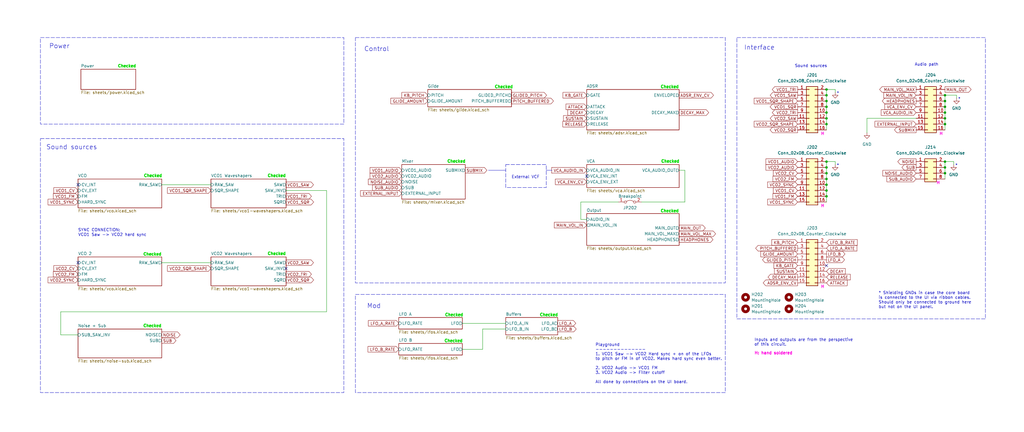
<source format=kicad_sch>
(kicad_sch (version 20231120) (generator "eeschema") (generator_version "8.0")
  (paper "User" 450.012 189.992)
  (title_block (title "Hog Analog Synth — Core") (date "2023-10-28") (rev "1.0") (company "Shmøergh"))
  (lib_symbols
    (symbol "Connector_Generic:Conn_02x04_Odd_Even" (pin_names (offset 1.016) hide)
      (property "Reference" "J" (at 1.27 5.08 0))
      (property "Value" "Conn_02x04_Odd_Even" (at 1.27 -7.62 0))
      (symbol "Conn_02x04_Odd_Even_1_1"
        (rectangle (start -1.27 -4.953) (end 0 -5.207) (stroke (width 0.1524)))
        (rectangle (start -1.27 -2.413) (end 0 -2.667) (stroke (width 0.1524)))
        (rectangle (start -1.27 0.127) (end 0 -0.127) (stroke (width 0.1524)))
        (rectangle (start -1.27 2.667) (end 0 2.413) (stroke (width 0.1524)))
        (rectangle (start -1.27 3.81) (end 3.81 -6.35) (stroke (width 0.254)) (fill (type background)))
        (rectangle (start 3.81 -4.953) (end 2.54 -5.207) (stroke (width 0.1524)))
        (rectangle (start 3.81 -2.413) (end 2.54 -2.667) (stroke (width 0.1524)))
        (rectangle (start 3.81 0.127) (end 2.54 -0.127) (stroke (width 0.1524)))
        (rectangle (start 3.81 2.667) (end 2.54 2.413) (stroke (width 0.1524)))
        (pin passive line (at -5.08 2.54 0) (length 3.81) (name "Pin_1") (number "1"))
        (pin passive line (at 7.62 2.54 180) (length 3.81) (name "Pin_2") (number "2"))
        (pin passive line (at -5.08 0 0) (length 3.81) (name "Pin_3") (number "3"))
        (pin passive line (at 7.62 0 180) (length 3.81) (name "Pin_4") (number "4"))
        (pin passive line (at -5.08 -2.54 0) (length 3.81) (name "Pin_5") (number "5"))
        (pin passive line (at 7.62 -2.54 180) (length 3.81) (name "Pin_6") (number "6"))
        (pin passive line (at -5.08 -5.08 0) (length 3.81) (name "Pin_7") (number "7"))
        (pin passive line (at 7.62 -5.08 180) (length 3.81) (name "Pin_8") (number "8"))
      )
    )
    (symbol "Connector_Generic:Conn_02x08_Odd_Even" (pin_names (offset 1.016) hide)
      (property "Reference" "J" (at 1.27 10.16 0))
      (property "Value" "Conn_02x08_Odd_Even" (at 1.27 -12.7 0))
      (symbol "Conn_02x08_Odd_Even_1_1"
        (rectangle (start -1.27 -10.033) (end 0 -10.287) (stroke (width 0.1524)))
        (rectangle (start -1.27 -7.493) (end 0 -7.747) (stroke (width 0.1524)))
        (rectangle (start -1.27 -4.953) (end 0 -5.207) (stroke (width 0.1524)))
        (rectangle (start -1.27 -2.413) (end 0 -2.667) (stroke (width 0.1524)))
        (rectangle (start -1.27 0.127) (end 0 -0.127) (stroke (width 0.1524)))
        (rectangle (start -1.27 2.667) (end 0 2.413) (stroke (width 0.1524)))
        (rectangle (start -1.27 5.207) (end 0 4.953) (stroke (width 0.1524)))
        (rectangle (start -1.27 7.747) (end 0 7.493) (stroke (width 0.1524)))
        (rectangle (start -1.27 8.89) (end 3.81 -11.43) (stroke (width 0.254)) (fill (type background)))
        (rectangle (start 3.81 -10.033) (end 2.54 -10.287) (stroke (width 0.1524)))
        (rectangle (start 3.81 -7.493) (end 2.54 -7.747) (stroke (width 0.1524)))
        (rectangle (start 3.81 -4.953) (end 2.54 -5.207) (stroke (width 0.1524)))
        (rectangle (start 3.81 -2.413) (end 2.54 -2.667) (stroke (width 0.1524)))
        (rectangle (start 3.81 0.127) (end 2.54 -0.127) (stroke (width 0.1524)))
        (rectangle (start 3.81 2.667) (end 2.54 2.413) (stroke (width 0.1524)))
        (rectangle (start 3.81 5.207) (end 2.54 4.953) (stroke (width 0.1524)))
        (rectangle (start 3.81 7.747) (end 2.54 7.493) (stroke (width 0.1524)))
        (pin passive line (at -5.08 7.62 0) (length 3.81) (name "Pin_1") (number "1"))
        (pin passive line (at 7.62 -2.54 180) (length 3.81) (name "Pin_10") (number "10"))
        (pin passive line (at -5.08 -5.08 0) (length 3.81) (name "Pin_11") (number "11"))
        (pin passive line (at 7.62 -5.08 180) (length 3.81) (name "Pin_12") (number "12"))
        (pin passive line (at -5.08 -7.62 0) (length 3.81) (name "Pin_13") (number "13"))
        (pin passive line (at 7.62 -7.62 180) (length 3.81) (name "Pin_14") (number "14"))
        (pin passive line (at -5.08 -10.16 0) (length 3.81) (name "Pin_15") (number "15"))
        (pin passive line (at 7.62 -10.16 180) (length 3.81) (name "Pin_16") (number "16"))
        (pin passive line (at 7.62 7.62 180) (length 3.81) (name "Pin_2") (number "2"))
        (pin passive line (at -5.08 5.08 0) (length 3.81) (name "Pin_3") (number "3"))
        (pin passive line (at 7.62 5.08 180) (length 3.81) (name "Pin_4") (number "4"))
        (pin passive line (at -5.08 2.54 0) (length 3.81) (name "Pin_5") (number "5"))
        (pin passive line (at 7.62 2.54 180) (length 3.81) (name "Pin_6") (number "6"))
        (pin passive line (at -5.08 0 0) (length 3.81) (name "Pin_7") (number "7"))
        (pin passive line (at 7.62 0 180) (length 3.81) (name "Pin_8") (number "8"))
        (pin passive line (at -5.08 -2.54 0) (length 3.81) (name "Pin_9") (number "9"))
      )
    )
    (symbol "Jumper:Jumper_2_Bridged" (pin_names (offset 0) hide)
      (property "Reference" "JP" (at 0 1.905 0))
      (property "Value" "Jumper_2_Bridged" (at 0 -2.54 0))
      (symbol "Jumper_2_Bridged_0_0"
        (circle (center -2.032 0) (radius 0.508))
        (circle (center 2.032 0) (radius 0.508))
      )
      (symbol "Jumper_2_Bridged_0_1"
        (arc (start 1.524 0.254) (mid 0 0.762) (end -1.524 0.254))
      )
      (symbol "Jumper_2_Bridged_1_1"
        (pin passive line (at -5.08 0 0) (length 2.54) (name "A") (number "1"))
        (pin passive line (at 5.08 0 180) (length 2.54) (name "B") (number "2"))
      )
    )
    (symbol "Mechanical:MountingHole" (pin_names (offset 1.016))
      (property "Reference" "H" (at 0 5.08 0))
      (property "Value" "MountingHole" (at 0 3.175 0))
      (symbol "MountingHole_0_1"
        (circle (center 0 0) (radius 1.27) (stroke (width 1.27)))
      )
    )
    (symbol "power:GND" (power) (pin_names (offset 0))
      (property "Value" "GND" (at 0 -3.81 0))
      (symbol "GND_0_1"
        (polyline (pts (xy 0 0) (xy 0 -1.27) (xy 1.27 -1.27) (xy 0 -2.54) (xy -1.27 -1.27) (xy 0 -1.27)))
      )
      (symbol "GND_1_1"
        (pin power_in line (at 0 0 270) (length 0) hide (name "GND") (number "1"))
      )
    )
  )
  (junction (at 415.29 41.91))
  (junction (at 415.29 54.61))
  (junction (at 363.22 81.28))
  (junction (at 415.29 76.2))
  (junction (at 363.22 39.37))
  (junction (at 363.22 41.91))
  (junction (at 363.22 78.74))
  (junction (at 415.29 73.66))
  (junction (at 363.22 49.53))
  (junction (at 415.29 49.53))
  (junction (at 415.29 46.99))
  (junction (at 363.22 83.82))
  (junction (at 415.29 71.12))
  (junction (at 363.22 44.45))
  (junction (at 415.29 52.07))
  (junction (at 363.22 52.07))
  (junction (at 415.29 44.45))
  (junction (at 363.22 76.2))
  (junction (at 363.22 71.12))
  (junction (at 363.22 73.66))
  (junction (at 363.22 54.61))
  (junction (at 363.22 86.36))
  (junction (at 363.22 46.99))
  (no_connect (at 34.29 81.28))
  (no_connect (at 257.81 77.47))
  (no_connect (at 34.29 115.57))
  (no_connect (at 125.73 118.11))
  (no_connect (at 363.22 116.84))
  (wire (pts (xy 281.94 88.9) (xy 300.99 88.9)))
  (wire (pts (xy 212.09 144.78) (xy 222.25 144.78)))
  (wire (pts (xy 415.29 76.2) (xy 415.29 78.74)))
  (wire (pts (xy 255.27 96.52) (xy 255.27 88.9)))
  (wire (pts (xy 363.22 81.28) (xy 363.22 83.82)))
  (wire (pts (xy 415.29 46.99) (xy 415.29 49.53)))
  (wire (pts (xy 143.51 137.16) (xy 26.67 137.16)))
  (wire (pts (xy 415.29 49.53) (xy 415.29 52.07)))
  (wire (pts (xy 212.09 144.78) (xy 212.09 153.67)))
  (wire (pts (xy 203.2 153.67) (xy 212.09 153.67)))
  (wire (pts (xy 381 52.07) (xy 402.59 52.07)))
  (wire (pts (xy 300.99 74.93) (xy 298.45 74.93)))
  (wire (pts (xy 363.22 49.53) (xy 363.22 52.07)))
  (wire (pts (xy 26.67 137.16) (xy 26.67 147.32)))
  (wire (pts (xy 300.99 88.9) (xy 300.99 74.93)))
  (wire (pts (xy 363.22 52.07) (xy 363.22 54.61)))
  (wire (pts (xy 203.2 142.24) (xy 222.25 142.24)))
  (wire (pts (xy 363.22 86.36) (xy 363.22 88.9)))
  (wire (pts (xy 415.29 73.66) (xy 415.29 76.2)))
  (wire (pts (xy 255.27 88.9) (xy 271.78 88.9)))
  (wire (pts (xy 363.22 46.99) (xy 363.22 49.53)))
  (wire (pts (xy 71.12 81.28) (xy 92.71 81.28)))
  (wire (pts (xy 71.12 115.57) (xy 92.71 115.57)))
  (wire (pts (xy 125.73 83.82) (xy 143.51 83.82)))
  (wire (pts (xy 363.22 73.66) (xy 363.22 76.2)))
  (wire (pts (xy 363.22 71.12) (xy 363.22 73.66)))
  (wire (pts (xy 415.29 44.45) (xy 415.29 46.99)))
  (wire (pts (xy 367.03 39.37) (xy 367.03 40.64)))
  (wire (pts (xy 367.03 72.39) (xy 367.03 71.12)))
  (wire (pts (xy 257.81 96.52) (xy 255.27 96.52)))
  (wire (pts (xy 363.22 39.37) (xy 363.22 41.91)))
  (wire (pts (xy 363.22 83.82) (xy 363.22 86.36)))
  (wire (pts (xy 415.29 52.07) (xy 415.29 54.61)))
  (wire (pts (xy 419.1 72.39) (xy 419.1 71.12)))
  (wire (pts (xy 363.22 54.61) (xy 363.22 57.15)))
  (wire (pts (xy 363.22 76.2) (xy 363.22 78.74)))
  (wire (pts (xy 143.51 83.82) (xy 143.51 137.16)))
  (wire (pts (xy 363.22 39.37) (xy 367.03 39.37)))
  (wire (pts (xy 363.22 41.91) (xy 363.22 44.45)))
  (wire (pts (xy 420.37 43.18) (xy 420.37 41.91)))
  (polyline (pts (xy 214.63 74.93) (xy 222.25 74.93)))
  (wire (pts (xy 363.22 44.45) (xy 363.22 46.99)))
  (wire (pts (xy 367.03 71.12) (xy 363.22 71.12)))
  (wire (pts (xy 415.29 41.91) (xy 420.37 41.91)))
  (wire (pts (xy 415.29 54.61) (xy 415.29 57.15)))
  (wire (pts (xy 26.67 147.32) (xy 34.29 147.32)))
  (polyline (pts (xy 240.03 74.93) (xy 242.57 74.93)))
  (wire (pts (xy 415.29 41.91) (xy 415.29 44.45)))
  (wire (pts (xy 419.1 71.12) (xy 415.29 71.12)))
  (wire (pts (xy 381 58.42) (xy 381 52.07)))
  (wire (pts (xy 415.29 71.12) (xy 415.29 73.66)))
  (wire (pts (xy 363.22 78.74) (xy 363.22 81.28)))
  (rectangle (start 17.78 16.51) (end 151.13 54.61) (stroke (width 0) (type dash)))
  (rectangle (start 17.78 60.96) (end 151.13 172.72) (stroke (width 0) (type dash)))
  (rectangle (start 323.85 16.51) (end 433.07 140.335) (stroke (width 0) (type dash)))
  (rectangle (start 222.25 72.39) (end 240.03 82.55) (stroke (width 0) (type dash)))
  (rectangle (start 156.21 16.51) (end 318.77 124.46) (stroke (width 0) (type dash)))
  (rectangle (start 156.21 129.54) (end 318.77 172.72) (stroke (width 0) (type dash)))
  (text "Checked" (at 71.12 144.272 0) (effects (font (size 1.27 1.27) (thickness 0.4) (bold yes)) (justify right bottom)))
  (text "* Shielding GNDs in case the core board\nis connected to the UI via ribbon cables. \nShould only be connected to ground here \nbut not on the UI panel." (at 386.08 135.89 0) (effects (font (size 1.27 1.27)) (justify left bottom)))
  (text "Checked" (at 225.552 39.116 0) (effects (font (size 1.27 1.27) (thickness 0.4) (bold yes)) (justify right bottom)))
  (text "H" (at 360.68 91.44 0) (effects (font (size 1.27 1.27) (thickness 0.254) (bold yes)) (justify left bottom)))
  (text "Checked" (at 203.708 139.446 0) (effects (font (size 1.27 1.27) (thickness 0.4) (bold yes)) (justify right bottom)))
  (text "Audio path" (at 401.955 29.21 0) (effects (font (size 1.27 1.27)) (justify left bottom)))
  (text "H: hand soldered" (at 331.47 156.21 0) (effects (font (size 1.27 1.27) (thickness 0.254) (bold yes)) (justify left bottom)))
  (text "Inputs and outputs are from the perspective\nof this circuit." (at 331.47 152.4 0) (effects (font (size 1.27 1.27)) (justify left bottom)))
  (text "Control" (at 160.02 22.86 0) (effects (font (size 2 2)) (justify left bottom)))
  (text "*" (at 421.005 44.45 0) (effects (font (size 1.27 1.27)) (justify left bottom)))
  (text "Checked" (at 59.944 29.972 0) (effects (font (size 1.27 1.27) (thickness 0.4) (bold yes)) (justify right bottom)))
  (text "Interface" (at 327.025 22.225 0) (effects (font (size 2 2)) (justify left bottom)))
  (text "*" (at 419.735 73.66 0) (effects (font (size 1.27 1.27)) (justify left bottom)))
  (text "Checked" (at 298.45 39.116 0) (effects (font (size 1.27 1.27) (thickness 0.4) (bold yes)) (justify right bottom)))
  (text "H" (at 360.68 127 0) (effects (font (size 1.27 1.27) (thickness 0.254) (bold yes)) (justify left bottom)))
  (text "Checked" (at 204.724 71.882 0) (effects (font (size 1.27 1.27) (thickness 0.4) (bold yes)) (justify right bottom)))
  (text "External VCF" (at 224.79 78.74 0) (effects (font (size 1.27 1.27)) (justify left bottom)))
  (text "SYNC CONNECTION:\nVCO1 Saw -> VCO2 hard sync" (at 34.29 104.14 0) (effects (font (size 1.27 1.27)) (justify left bottom)))
  (text "Playground\n--------------\n1. VCO1 Saw -> VCO2 Hard sync + on of the LFOs\nto pitch or FM in of VCO2. Makes hard sync even better.\n\n2. VCO2 Audio -> VCO1 FM\n3. VCO2 Audio -> Filter cutoff\n\nAll done by connections on the UI board." (at 261.62 168.91 0) (effects (font (size 1.27 1.27)) (justify left bottom)))
  (text "*" (at 367.665 41.91 0) (effects (font (size 1.27 1.27)) (justify left bottom)))
  (text "Checked" (at 71.374 78.232 0) (effects (font (size 1.27 1.27) (thickness 0.4) (bold yes)) (justify right bottom)))
  (text "Sound sources" (at 349.25 29.845 0) (effects (font (size 1.27 1.27)) (justify left bottom)))
  (text "Checked" (at 125.73 78.232 0) (effects (font (size 1.27 1.27) (thickness 0.4) (bold yes)) (justify right bottom)))
  (text "Checked" (at 298.45 93.726 0) (effects (font (size 1.27 1.27) (thickness 0.4) (bold yes)) (justify right bottom)))
  (text "Mod" (at 161.29 135.89 0) (effects (font (size 2 2)) (justify left bottom)))
  (text "Checked" (at 298.704 71.882 0) (effects (font (size 1.27 1.27) (thickness 0.4) (bold yes)) (justify right bottom)))
  (text "Power" (at 21.59 21.59 0) (effects (font (size 2 2)) (justify left bottom)))
  (text "Checked" (at 125.73 112.522 0) (effects (font (size 1.27 1.27) (thickness 0.4) (bold yes)) (justify right bottom)))
  (text "Checked" (at 245.364 139.446 0) (effects (font (size 1.27 1.27) (thickness 0.4) (bold yes)) (justify right bottom)))
  (text "H" (at 360.68 59.69 0) (effects (font (size 1.27 1.27) (thickness 0.254) (bold yes)) (justify left bottom)))
  (text "Checked" (at 71.12 112.776 0) (effects (font (size 1.27 1.27) (thickness 0.4) (bold yes)) (justify right bottom)))
  (text "H" (at 411.48 81.28 0) (effects (font (size 1.27 1.27) (thickness 0.254) (bold yes)) (justify left bottom)))
  (text "*" (at 367.665 73.66 0) (effects (font (size 1.27 1.27)) (justify left bottom)))
  (text "Sound sources" (at 20.32 66.04 0) (effects (font (size 2 2)) (justify left bottom)))
  (text "Checked" (at 203.454 150.876 0) (effects (font (size 1.27 1.27) (thickness 0.4) (bold yes)) (justify right bottom)))
  (text "H" (at 412.75 59.69 0) (effects (font (size 1.27 1.27) (thickness 0.254) (bold yes)) (justify left bottom)))
  (global_label "LFO_A_RATE" (shape input) (at 363.22 109.22 0) (property "Intersheetrefs" "${INTERSHEET_REFS}" (effects (hide yes))))
  (global_label "EXTERNAL_INPUT" (shape input) (at 402.59 54.61 180) (property "Intersheetrefs" "${INTERSHEET_REFS}" (effects (hide yes))))
  (global_label "VCO1_TRI" (shape output) (at 125.73 86.36 0) (property "Intersheetrefs" "${INTERSHEET_REFS}" (effects (hide yes))))
  (global_label "VCO1_SYNC" (shape input) (at 34.29 88.9 180) (property "Intersheetrefs" "${INTERSHEET_REFS}" (effects (hide yes))))
  (global_label "LFO_A" (shape output) (at 363.22 114.3 0) (property "Intersheetrefs" "${INTERSHEET_REFS}" (effects (hide yes))))
  (global_label "HEADPHONES" (shape output) (at 402.59 44.45 180) (property "Intersheetrefs" "${INTERSHEET_REFS}" (effects (hide yes))))
  (global_label "GLIDE_AMOUNT" (shape input) (at 350.52 111.76 180) (property "Intersheetrefs" "${INTERSHEET_REFS}" (effects (hide yes))))
  (global_label "KB_GATE" (shape input) (at 257.81 41.91 180) (property "Intersheetrefs" "${INTERSHEET_REFS}" (effects (hide yes))))
  (global_label "VCO1_SQR" (shape output) (at 350.52 46.99 180) (property "Intersheetrefs" "${INTERSHEET_REFS}" (effects (hide yes))))
  (global_label "LFO_A_RATE" (shape input) (at 175.26 142.24 180) (property "Intersheetrefs" "${INTERSHEET_REFS}" (effects (hide yes))))
  (global_label "DECAY_MAX" (shape output) (at 350.52 121.92 180) (property "Intersheetrefs" "${INTERSHEET_REFS}" (effects (hide yes))))
  (global_label "VCO2_SYNC" (shape input) (at 34.29 123.19 180) (property "Intersheetrefs" "${INTERSHEET_REFS}" (effects (hide yes))))
  (global_label "DECAY" (shape input) (at 257.81 49.53 180) (property "Intersheetrefs" "${INTERSHEET_REFS}" (effects (hide yes))))
  (global_label "MAIN_VOL_MAX" (shape output) (at 298.45 102.87 0) (property "Intersheetrefs" "${INTERSHEET_REFS}" (effects (hide yes))))
  (global_label "NOISE" (shape output) (at 71.12 147.32 0) (property "Intersheetrefs" "${INTERSHEET_REFS}" (effects (hide yes))))
  (global_label "VCA_AUDIO_IN" (shape input) (at 402.59 49.53 180) (property "Intersheetrefs" "${INTERSHEET_REFS}" (effects (hide yes))))
  (global_label "GLIDED_PITCH" (shape output) (at 224.79 41.91 0) (property "Intersheetrefs" "${INTERSHEET_REFS}" (effects (hide yes))))
  (global_label "VCA_AUDIO_IN" (shape input) (at 257.81 74.93 180) (property "Intersheetrefs" "${INTERSHEET_REFS}" (effects (hide yes))))
  (global_label "VCO1_AUDIO" (shape input) (at 350.52 71.12 180) (property "Intersheetrefs" "${INTERSHEET_REFS}" (effects (hide yes))))
  (global_label "LFO_B" (shape output) (at 363.22 111.76 0) (property "Intersheetrefs" "${INTERSHEET_REFS}" (effects (hide yes))))
  (global_label "VCO2_SQR_SHAPE" (shape input) (at 350.52 54.61 180) (property "Intersheetrefs" "${INTERSHEET_REFS}" (effects (hide yes))))
  (global_label "VCO2_SYNC" (shape input) (at 350.52 81.28 180) (property "Intersheetrefs" "${INTERSHEET_REFS}" (effects (hide yes))))
  (global_label "GLIDE_AMOUNT" (shape input) (at 187.96 44.45 180) (property "Intersheetrefs" "${INTERSHEET_REFS}" (effects (hide yes))))
  (global_label "VCA_ENV_CV" (shape input) (at 257.81 80.01 180) (property "Intersheetrefs" "${INTERSHEET_REFS}" (effects (hide yes))))
  (global_label "ATTACK" (shape input) (at 363.22 124.46 0) (property "Intersheetrefs" "${INTERSHEET_REFS}" (effects (hide yes))))
  (global_label "MAIN_OUT" (shape output) (at 415.29 39.37 0) (property "Intersheetrefs" "${INTERSHEET_REFS}" (effects (hide yes))))
  (global_label "SUB" (shape output) (at 71.12 149.86 0) (property "Intersheetrefs" "${INTERSHEET_REFS}" (effects (hide yes))))
  (global_label "RELEASE" (shape input) (at 257.81 54.61 180) (property "Intersheetrefs" "${INTERSHEET_REFS}" (effects (hide yes))))
  (global_label "VCO2_AUDIO" (shape input) (at 350.52 73.66 180) (property "Intersheetrefs" "${INTERSHEET_REFS}" (effects (hide yes))))
  (global_label "VCO1_SQR_SHAPE" (shape input) (at 350.52 44.45 180) (property "Intersheetrefs" "${INTERSHEET_REFS}" (effects (hide yes))))
  (global_label "VCO2_SAW" (shape output) (at 125.73 115.57 0) (property "Intersheetrefs" "${INTERSHEET_REFS}" (effects (hide yes))))
  (global_label "MAIN_OUT" (shape output) (at 298.45 100.33 0) (property "Intersheetrefs" "${INTERSHEET_REFS}" (effects (hide yes))))
  (global_label "VCO2_FM" (shape input) (at 34.29 120.65 180) (property "Intersheetrefs" "${INTERSHEET_REFS}" (effects (hide yes))))
  (global_label "GLIDED_PITCH" (shape output) (at 350.52 114.3 180) (property "Intersheetrefs" "${INTERSHEET_REFS}" (effects (hide yes))))
  (global_label "VCO1_SAW" (shape output) (at 350.52 41.91 180) (property "Intersheetrefs" "${INTERSHEET_REFS}" (effects (hide yes))))
  (global_label "DECAY" (shape input) (at 363.22 119.38 0) (property "Intersheetrefs" "${INTERSHEET_REFS}" (effects (hide yes))))
  (global_label "ADSR_ENV_CV" (shape output) (at 298.45 41.91 0) (property "Intersheetrefs" "${INTERSHEET_REFS}" (effects (hide yes))))
  (global_label "VCO2_CV" (shape input) (at 34.29 118.11 180) (property "Intersheetrefs" "${INTERSHEET_REFS}" (effects (hide yes))))
  (global_label "VCO2_SQR" (shape output) (at 350.52 57.15 180) (property "Intersheetrefs" "${INTERSHEET_REFS}" (effects (hide yes))))
  (global_label "ADSR_ENV_CV" (shape output) (at 350.52 124.46 180) (property "Intersheetrefs" "${INTERSHEET_REFS}" (effects (hide yes))))
  (global_label "VCO1_SQR_SHAPE" (shape input) (at 92.71 83.82 180) (property "Intersheetrefs" "${INTERSHEET_REFS}" (effects (hide yes))))
  (global_label "DECAY_MAX" (shape output) (at 298.45 49.53 0) (property "Intersheetrefs" "${INTERSHEET_REFS}" (effects (hide yes))))
  (global_label "KB_PITCH" (shape input) (at 350.52 106.68 180) (property "Intersheetrefs" "${INTERSHEET_REFS}" (effects (hide yes))))
  (global_label "EXTERNAL_INPUT" (shape input) (at 176.53 85.09 180) (property "Intersheetrefs" "${INTERSHEET_REFS}" (effects (hide yes))))
  (global_label "SUB_AUDIO" (shape input) (at 402.59 78.74 180) (property "Intersheetrefs" "${INTERSHEET_REFS}" (effects (hide yes))))
  (global_label "PITCH_BUFFERED" (shape output) (at 224.79 44.45 0) (property "Intersheetrefs" "${INTERSHEET_REFS}" (effects (hide yes))))
  (global_label "VCO2_SQR" (shape output) (at 125.73 123.19 0) (property "Intersheetrefs" "${INTERSHEET_REFS}" (effects (hide yes))))
  (global_label "VCO2_CV" (shape input) (at 350.52 76.2 180) (property "Intersheetrefs" "${INTERSHEET_REFS}" (effects (hide yes))))
  (global_label "VCO1_SAW" (shape output) (at 125.73 81.28 0) (property "Intersheetrefs" "${INTERSHEET_REFS}" (effects (hide yes))))
  (global_label "SUB_AUDIO" (shape input) (at 176.53 82.55 180) (property "Intersheetrefs" "${INTERSHEET_REFS}" (effects (hide yes))))
  (global_label "SUBMIX" (shape output) (at 204.47 74.93 0) (property "Intersheetrefs" "${INTERSHEET_REFS}" (effects (hide yes))))
  (global_label "LFO_B_RATE" (shape input) (at 175.26 153.67 180) (property "Intersheetrefs" "${INTERSHEET_REFS}" (effects (hide yes))))
  (global_label "VCO2_AUDIO" (shape input) (at 176.53 77.47 180) (property "Intersheetrefs" "${INTERSHEET_REFS}" (effects (hide yes))))
  (global_label "VCO1_AUDIO" (shape input) (at 176.53 74.93 180) (property "Intersheetrefs" "${INTERSHEET_REFS}" (effects (hide yes))))
  (global_label "MAIN_VOL_IN" (shape input) (at 257.81 99.06 180) (property "Intersheetrefs" "${INTERSHEET_REFS}" (effects (hide yes))))
  (global_label "PITCH_BUFFERED" (shape output) (at 350.52 109.22 180) (property "Intersheetrefs" "${INTERSHEET_REFS}" (effects (hide yes))))
  (global_label "VCO1_SYNC" (shape input) (at 350.52 88.9 180) (property "Intersheetrefs" "${INTERSHEET_REFS}" (effects (hide yes))))
  (global_label "ATTACK" (shape input) (at 257.81 46.99 180) (property "Intersheetrefs" "${INTERSHEET_REFS}" (effects (hide yes))))
  (global_label "VCO1_FM" (shape input) (at 350.52 86.36 180) (property "Intersheetrefs" "${INTERSHEET_REFS}" (effects (hide yes))))
  (global_label "SUBMIX" (shape output) (at 402.59 57.15 180) (property "Intersheetrefs" "${INTERSHEET_REFS}" (effects (hide yes))))
  (global_label "LFO_A" (shape output) (at 245.11 142.24 0) (property "Intersheetrefs" "${INTERSHEET_REFS}" (effects (hide yes))))
  (global_label "RELEASE" (shape input) (at 363.22 121.92 0) (property "Intersheetrefs" "${INTERSHEET_REFS}" (effects (hide yes))))
  (global_label "SUB" (shape output) (at 402.59 73.66 180) (property "Intersheetrefs" "${INTERSHEET_REFS}" (effects (hide yes))))
  (global_label "KB_PITCH" (shape input) (at 187.96 41.91 180) (property "Intersheetrefs" "${INTERSHEET_REFS}" (effects (hide yes))))
  (global_label "VCO1_CV" (shape input) (at 34.29 83.82 180) (property "Intersheetrefs" "${INTERSHEET_REFS}" (effects (hide yes))))
  (global_label "VCO1_SQR" (shape output) (at 125.73 88.9 0) (property "Intersheetrefs" "${INTERSHEET_REFS}" (effects (hide yes))))
  (global_label "VCO2_SQR_SHAPE" (shape input) (at 92.71 118.11 180) (property "Intersheetrefs" "${INTERSHEET_REFS}" (effects (hide yes))))
  (global_label "NOISE_AUDIO" (shape input) (at 402.59 76.2 180) (property "Intersheetrefs" "${INTERSHEET_REFS}" (effects (hide yes))))
  (global_label "NOISE" (shape output) (at 402.59 71.12 180) (property "Intersheetrefs" "${INTERSHEET_REFS}" (effects (hide yes))))
  (global_label "SUSTAIN" (shape input) (at 257.81 52.07 180) (property "Intersheetrefs" "${INTERSHEET_REFS}" (effects (hide yes))))
  (global_label "SUSTAIN" (shape input) (at 350.52 119.38 180) (property "Intersheetrefs" "${INTERSHEET_REFS}" (effects (hide yes))))
  (global_label "MAIN_VOL_IN" (shape input) (at 402.59 41.91 180) (property "Intersheetrefs" "${INTERSHEET_REFS}" (effects (hide yes))))
  (global_label "NOISE_AUDIO" (shape input) (at 176.53 80.01 180) (property "Intersheetrefs" "${INTERSHEET_REFS}" (effects (hide yes))))
  (global_label "HEADPHONES" (shape output) (at 298.45 105.41 0) (property "Intersheetrefs" "${INTERSHEET_REFS}" (effects (hide yes))))
  (global_label "VCO2_TRI" (shape output) (at 350.52 49.53 180) (property "Intersheetrefs" "${INTERSHEET_REFS}" (effects (hide yes))))
  (global_label "VCO2_SAW" (shape output) (at 350.52 52.07 180) (property "Intersheetrefs" "${INTERSHEET_REFS}" (effects (hide yes))))
  (global_label "LFO_B" (shape output) (at 245.11 144.78 0) (property "Intersheetrefs" "${INTERSHEET_REFS}" (effects (hide yes))))
  (global_label "VCO2_FM" (shape input) (at 350.52 78.74 180) (property "Intersheetrefs" "${INTERSHEET_REFS}" (effects (hide yes))))
  (global_label "LFO_B_RATE" (shape input) (at 363.22 106.68 0) (property "Intersheetrefs" "${INTERSHEET_REFS}" (effects (hide yes))))
  (global_label "VCO1_FM" (shape input) (at 34.29 86.36 180) (property "Intersheetrefs" "${INTERSHEET_REFS}" (effects (hide yes))))
  (global_label "MAIN_VOL_MAX" (shape output) (at 402.59 39.37 180) (property "Intersheetrefs" "${INTERSHEET_REFS}" (effects (hide yes))))
  (global_label "VCO1_CV" (shape input) (at 350.52 83.82 180) (property "Intersheetrefs" "${INTERSHEET_REFS}" (effects (hide yes))))
  (global_label "VCA_ENV_CV" (shape input) (at 402.59 46.99 180) (property "Intersheetrefs" "${INTERSHEET_REFS}" (effects (hide yes))))
  (global_label "KB_GATE" (shape input) (at 350.52 116.84 180) (property "Intersheetrefs" "${INTERSHEET_REFS}" (effects (hide yes))))
  (global_label "VCO2_TRI" (shape output) (at 125.73 120.65 0) (property "Intersheetrefs" "${INTERSHEET_REFS}" (effects (hide yes))))
  (global_label "VCO1_TRI" (shape output) (at 350.52 39.37 180) (property "Intersheetrefs" "${INTERSHEET_REFS}" (effects (hide yes))))
  (symbol (lib_id "Connector_Generic:Conn_02x08_Odd_Even") (at 355.6 46.99 0) (unit 1)
    (property "Reference" "J201" (at 356.87 33.02 0))
    (property "Value" "Conn_02x08_Counter_Clockwise" (at 356.87 35.56 0))
    (property "Footprint" "Connector_PinHeader_2.54mm:PinHeader_2x08_P2.54mm_Vertical" (effects (hide yes)))
    (property "Part No." "737-RS2-16-G " (effects (hide yes)))
    (property "Part URL" "https://mou.sr/3OWyRwS" (effects (hide yes)))
    (property "Vendor" "Mouser" (effects (hide yes)))
  )
  (symbol (lib_id "power:GND") (at 420.37 43.18 0) (unit 1)
    (property "Reference" "#PWR0208" (effects (hide yes)))
    (property "Value" "GND" (at 420.37 47.625 0))
  )
  (symbol (lib_id "Connector_Generic:Conn_02x08_Odd_Even") (at 355.6 78.74 0) (unit 1)
    (property "Reference" "J202" (at 356.87 64.77 0))
    (property "Value" "Conn_02x08_Counter_Clockwise" (at 356.87 67.31 0))
    (property "Footprint" "Connector_PinHeader_2.54mm:PinHeader_2x08_P2.54mm_Vertical" (effects (hide yes)))
    (property "Part No." "737-RS2-16-G " (effects (hide yes)))
    (property "Part URL" "https://mou.sr/3OWyRwS" (effects (hide yes)))
    (property "Vendor" "Mouser" (effects (hide yes)))
  )
  (symbol (lib_id "Mechanical:MountingHole") (at 327.66 130.81 0) (unit 1) (in_bom no)
    (property "Reference" "H202" (at 330.2 129.54 0) (effects (justify left)))
    (property "Value" "MountingHole" (at 330.2 132.08 0) (effects (justify left)))
    (property "Footprint" "MountingHole:MountingHole_3mm_Pad" (effects (hide yes)))
  )
  (symbol (lib_id "power:GND") (at 419.1 72.39 0) (unit 1)
    (property "Reference" "#PWR0202" (effects (hide yes)))
    (property "Value" "GND" (at 419.1 76.835 0))
  )
  (symbol (lib_id "power:GND") (at 381 58.42 0) (unit 1)
    (property "Reference" "#PWR0201" (effects (hide yes)))
    (property "Value" "GND" (at 381 63.5 0))
  )
  (symbol (lib_id "Mechanical:MountingHole") (at 346.71 130.81 0) (unit 1) (in_bom no)
    (property "Reference" "H203" (at 349.25 129.54 0) (effects (justify left)))
    (property "Value" "MountingHole" (at 349.25 132.08 0) (effects (justify left)))
    (property "Footprint" "MountingHole:MountingHole_3mm_Pad" (effects (hide yes)))
  )
  (symbol (lib_id "Connector_Generic:Conn_02x08_Odd_Even") (at 355.6 114.3 0) (unit 1)
    (property "Reference" "J203" (at 356.87 100.33 0))
    (property "Value" "Conn_02x08_Counter_Clockwise" (at 356.87 102.87 0))
    (property "Footprint" "Connector_PinHeader_2.54mm:PinHeader_2x08_P2.54mm_Vertical" (effects (hide yes)))
    (property "Part No." "737-RS2-16-G " (effects (hide yes)))
    (property "Part URL" "https://mou.sr/3OWyRwS" (effects (hide yes)))
    (property "Vendor" "Mouser" (effects (hide yes)))
  )
  (symbol (lib_id "power:GND") (at 367.03 40.64 0) (unit 1)
    (property "Reference" "#PWR0203" (effects (hide yes)))
    (property "Value" "GND" (at 367.03 45.085 0))
  )
  (symbol (lib_id "power:GND") (at 367.03 72.39 0) (unit 1)
    (property "Reference" "#PWR0204" (effects (hide yes)))
    (property "Value" "GND" (at 367.03 76.835 0))
  )
  (symbol (lib_id "Connector_Generic:Conn_02x08_Odd_Even") (at 407.67 46.99 0) (unit 1)
    (property "Reference" "J204" (at 408.94 33.02 0))
    (property "Value" "Conn_02x08_Counter_Clockwise" (at 408.94 35.56 0))
    (property "Footprint" "Connector_PinHeader_2.54mm:PinHeader_2x08_P2.54mm_Vertical" (effects (hide yes)))
    (property "Part No." "737-RS2-16-G " (effects (hide yes)))
    (property "Part URL" "https://mou.sr/3OWyRwS" (effects (hide yes)))
    (property "Vendor" "Mouser" (effects (hide yes)))
  )
  (symbol (lib_id "Mechanical:MountingHole") (at 346.71 135.89 0) (unit 1) (in_bom no)
    (property "Reference" "H204" (at 349.25 134.62 0) (effects (justify left)))
    (property "Value" "MountingHole" (at 349.25 137.16 0) (effects (justify left)))
    (property "Footprint" "MountingHole:MountingHole_3mm_Pad" (effects (hide yes)))
  )
  (symbol (lib_id "Jumper:Jumper_2_Bridged") (at 276.86 88.9 0) (unit 1) (in_bom no)
    (property "Reference" "JP202" (at 276.86 91.44 0))
    (property "Value" "Breakpoint" (at 276.86 86.36 0))
    (property "Footprint" "Jumper:SolderJumper-2_P1.3mm_Bridged_Pad1.0x1.5mm" (effects (hide yes)))
  )
  (symbol (lib_id "Mechanical:MountingHole") (at 327.66 135.89 0) (unit 1) (in_bom no)
    (property "Reference" "H201" (at 330.2 134.62 0) (effects (justify left)))
    (property "Value" "MountingHole" (at 330.2 137.16 0) (effects (justify left)))
    (property "Footprint" "MountingHole:MountingHole_3mm_Pad" (effects (hide yes)))
  )
  (symbol (lib_id "Connector_Generic:Conn_02x04_Odd_Even") (at 407.67 73.66 0) (unit 1)
    (property "Reference" "J214" (at 408.94 64.77 0))
    (property "Value" "Conn_02x04_Counter_Clockwise" (at 408.94 67.31 0))
    (property "Footprint" "Connector_PinHeader_2.54mm:PinHeader_2x04_P2.54mm_Vertical" (effects (hide yes)))
    (property "Part No." "737-RS2-08-G " (effects (hide yes)))
    (property "Part URL" "https://mou.sr/41qYCwK" (effects (hide yes)))
    (property "Vendor" "Mouser" (effects (hide yes)))
  )
  (sheet (at 34.29 113.03) (size 36.83 12.7) (stroke (width 0.1524))
    (property "Sheetname" "VCO 2" (at 34.29 112.3184 0) (effects (justify left bottom)))
    (property "Sheetfile" "sheets/vco.kicad_sch" (at 34.29 126.3146 0) (effects (justify left top)))
    (pin "RAW_SAW" output (at 71.12 115.57 0))
    (pin "HARD_SYNC" input (at 34.29 123.19 180))
    (pin "FM" input (at 34.29 120.65 180))
    (pin "CV_INT" input (at 34.29 115.57 180))
    (pin "CV_EXT" input (at 34.29 118.11 180))
  )
  (sheet (at 92.71 113.03) (size 33.02 12.7) (stroke (width 0.1524))
    (property "Sheetname" "VCO2 Waveshapers" (at 92.71 112.3184 0) (effects (justify left bottom)))
    (property "Sheetfile" "sheets/vco1-waveshapers.kicad_sch" (at 92.71 126.3146 0) (effects (justify left top)))
    (pin "TRI" output (at 125.73 120.65 0))
    (pin "SAW_INV" output (at 125.73 118.11 0))
    (pin "SAW" output (at 125.73 115.57 0))
    (pin "RAW_SAW" input (at 92.71 115.57 180))
    (pin "SQR" output (at 125.73 123.19 0))
    (pin "SQR_SHAPE" input (at 92.71 118.11 180))
  )
  (sheet (at 92.71 78.74) (size 33.02 12.7) (stroke (width 0.1524))
    (property "Sheetname" "VCO1 Waveshapers" (at 92.71 78.0284 0) (effects (justify left bottom)))
    (property "Sheetfile" "sheets/vco1-waveshapers.kicad_sch" (at 92.71 92.0246 0) (effects (justify left top)))
    (pin "TRI" output (at 125.73 86.36 0))
    (pin "SAW_INV" output (at 125.73 83.82 0))
    (pin "SAW" output (at 125.73 81.28 0))
    (pin "RAW_SAW" input (at 92.71 81.28 180))
    (pin "SQR" output (at 125.73 88.9 0))
    (pin "SQR_SHAPE" input (at 92.71 83.82 180))
  )
  (sheet (at 34.29 78.74) (size 36.83 12.7) (stroke (width 0.1524))
    (property "Sheetname" "VCO" (at 34.29 78.0284 0) (effects (justify left bottom)))
    (property "Sheetfile" "sheets/vco.kicad_sch" (at 34.29 92.0246 0) (effects (justify left top)))
    (pin "RAW_SAW" output (at 71.12 81.28 0))
    (pin "HARD_SYNC" input (at 34.29 88.9 180))
    (pin "FM" input (at 34.29 86.36 180))
    (pin "CV_INT" input (at 34.29 81.28 180))
    (pin "CV_EXT" input (at 34.29 83.82 180))
  )
  (sheet (at 257.81 39.37) (size 40.64 17.78) (stroke (width 0.1524))
    (property "Sheetname" "ADSR" (at 257.81 38.6584 0) (effects (justify left bottom)))
    (property "Sheetfile" "sheets/adsr.kicad_sch" (at 257.81 57.7346 0) (effects (justify left top)))
    (pin "ENVELOPE" output (at 298.45 41.91 0))
    (pin "SUSTAIN" input (at 257.81 52.07 180))
    (pin "RELEASE" input (at 257.81 54.61 180))
    (pin "GATE" input (at 257.81 41.91 180))
    (pin "DECAY_MAX" output (at 298.45 49.53 0))
    (pin "DECAY" input (at 257.81 49.53 180))
    (pin "ATTACK" input (at 257.81 46.99 180))
  )
  (sheet (at 187.96 39.37) (size 36.83 7.62) (stroke (width 0.1524))
    (property "Sheetname" "Glide" (at 187.96 38.6584 0) (effects (justify left bottom)))
    (property "Sheetfile" "sheets/glide.kicad_sch" (at 187.96 47.5746 0) (effects (justify left top)))
    (pin "PITCH_BUFFERED" output (at 224.79 44.45 0))
    (pin "PITCH" input (at 187.96 41.91 180))
    (pin "GLIDED_PITCH" output (at 224.79 41.91 0))
    (pin "GLIDE_AMOUNT" input (at 187.96 44.45 180))
  )
  (sheet (at 175.26 139.7) (size 27.94 5.08) (stroke (width 0.1524))
    (property "Sheetname" "LFO A" (at 175.26 138.9884 0) (effects (justify left bottom)))
    (property "Sheetfile" "sheets/lfos.kicad_sch" (at 175.26 145.3646 0) (effects (justify left top)))
    (pin "LFO_RATE" input (at 175.26 142.24 180))
    (pin "LFO" output (at 203.2 142.24 0))
  )
  (sheet (at 222.25 139.7) (size 22.86 7.62) (stroke (width 0.1524))
    (property "Sheetname" "Buffers" (at 222.25 138.9884 0) (effects (justify left bottom)))
    (property "Sheetfile" "sheets/buffers.kicad_sch" (at 222.25 147.9046 0) (effects (justify left top)))
    (pin "LFO_B" output (at 245.11 144.78 0))
    (pin "LFO_A" output (at 245.11 142.24 0))
    (pin "LFO_A_IN" input (at 222.25 142.24 180))
    (pin "LFO_B_IN" input (at 222.25 144.78 180))
  )
  (sheet (at 257.81 93.98) (size 40.64 13.97) (stroke (width 0.1524))
    (property "Sheetname" "Output" (at 257.81 93.2684 0) (effects (justify left bottom)))
    (property "Sheetfile" "sheets/output.kicad_sch" (at 257.81 108.5346 0) (effects (justify left top)))
    (pin "HEADPHONES" output (at 298.45 105.41 0))
    (pin "MAIN_VOL_MAX" output (at 298.45 102.87 0))
    (pin "AUDIO_IN" input (at 257.81 96.52 180))
    (pin "MAIN_OUT" output (at 298.45 100.33 0))
    (pin "MAIN_VOL_IN" output (at 257.81 99.06 180))
  )
  (sheet (at 176.53 72.39) (size 27.94 15.24) (stroke (width 0.1524))
    (property "Sheetname" "Mixer" (at 176.53 71.6784 0) (effects (justify left bottom)))
    (property "Sheetfile" "sheets/mixer.kicad_sch" (at 176.53 88.2146 0) (effects (justify left top)))
    (pin "SUBMIX" output (at 204.47 74.93 0))
    (pin "NOISE" input (at 176.53 80.01 180))
    (pin "VCO1_AUDIO" input (at 176.53 74.93 180))
    (pin "VCO2_AUDIO" input (at 176.53 77.47 180))
    (pin "SUB" input (at 176.53 82.55 180))
    (pin "EXTERNAL_INPUT" input (at 176.53 85.09 180))
  )
  (sheet (at 34.29 144.78) (size 36.83 12.7) (stroke (width 0.1524))
    (property "Sheetname" "Noise + Sub" (at 34.29 144.0684 0) (effects (justify left bottom)))
    (property "Sheetfile" "sheets/noise-sub.kicad_sch" (at 34.29 158.0646 0) (effects (justify left top)))
    (pin "NOISE" output (at 71.12 147.32 0))
    (pin "SUB_SAW_INV" input (at 34.29 147.32 180))
    (pin "SUB" output (at 71.12 149.86 0))
  )
  (sheet (at 175.26 151.13) (size 27.94 5.08) (stroke (width 0.1524))
    (property "Sheetname" "LFO B" (at 175.26 150.4184 0) (effects (justify left bottom)))
    (property "Sheetfile" "sheets/lfos.kicad_sch" (at 175.26 156.7946 0) (effects (justify left top)))
    (pin "LFO_RATE" input (at 175.26 153.67 180))
    (pin "LFO" output (at 203.2 153.67 0))
  )
  (sheet (at 35.56 30.48) (size 24.13 8.89) (stroke (width 0.1524))
    (property "Sheetname" "Power" (at 35.56 29.7684 0) (effects (justify left bottom)))
    (property "Sheetfile" "sheets/power.kicad_sch" (at 35.56 39.9546 0) (effects (justify left top)))
  )
  (sheet (at 257.81 72.39) (size 40.64 10.16) (stroke (width 0.1524))
    (property "Sheetname" "VCA" (at 257.81 71.6784 0) (effects (justify left bottom)))
    (property "Sheetfile" "sheets/vca.kicad_sch" (at 257.81 83.1346 0) (effects (justify left top)))
    (pin "VCA_AUDIO_OUT" output (at 298.45 74.93 0))
    (pin "VCA_ENV_INT" input (at 257.81 77.47 180))
    (pin "VCA_ENV_EXT" input (at 257.81 80.01 180))
    (pin "VCA_AUDIO_IN" input (at 257.81 74.93 180))
  )
)
</source>
